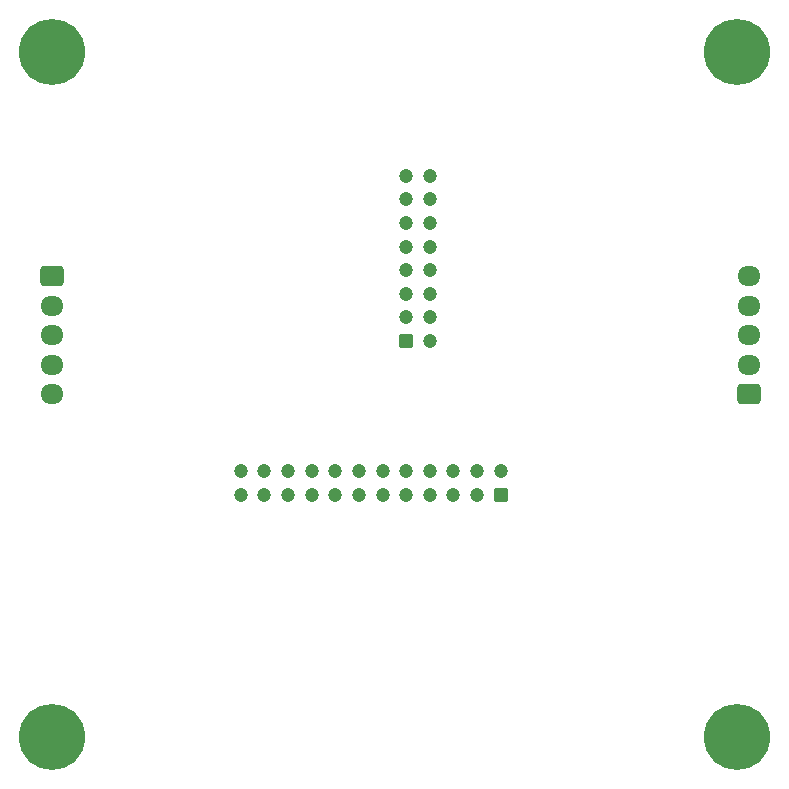
<source format=gbr>
%TF.GenerationSoftware,KiCad,Pcbnew,(7.0.0)*%
%TF.CreationDate,2024-02-13T04:28:46-03:00*%
%TF.ProjectId,pcb_peau_v1,7063625f-7065-4617-955f-76312e6b6963,rev?*%
%TF.SameCoordinates,Original*%
%TF.FileFunction,Soldermask,Bot*%
%TF.FilePolarity,Negative*%
%FSLAX46Y46*%
G04 Gerber Fmt 4.6, Leading zero omitted, Abs format (unit mm)*
G04 Created by KiCad (PCBNEW (7.0.0)) date 2024-02-13 04:28:46*
%MOMM*%
%LPD*%
G01*
G04 APERTURE LIST*
G04 Aperture macros list*
%AMRoundRect*
0 Rectangle with rounded corners*
0 $1 Rounding radius*
0 $2 $3 $4 $5 $6 $7 $8 $9 X,Y pos of 4 corners*
0 Add a 4 corners polygon primitive as box body*
4,1,4,$2,$3,$4,$5,$6,$7,$8,$9,$2,$3,0*
0 Add four circle primitives for the rounded corners*
1,1,$1+$1,$2,$3*
1,1,$1+$1,$4,$5*
1,1,$1+$1,$6,$7*
1,1,$1+$1,$8,$9*
0 Add four rect primitives between the rounded corners*
20,1,$1+$1,$2,$3,$4,$5,0*
20,1,$1+$1,$4,$5,$6,$7,0*
20,1,$1+$1,$6,$7,$8,$9,0*
20,1,$1+$1,$8,$9,$2,$3,0*%
G04 Aperture macros list end*
%ADD10C,5.600000*%
%ADD11RoundRect,0.250000X0.725000X-0.600000X0.725000X0.600000X-0.725000X0.600000X-0.725000X-0.600000X0*%
%ADD12O,1.950000X1.700000*%
%ADD13RoundRect,0.250000X0.350000X-0.350000X0.350000X0.350000X-0.350000X0.350000X-0.350000X-0.350000X0*%
%ADD14C,1.200000*%
%ADD15RoundRect,0.250000X-0.725000X0.600000X-0.725000X-0.600000X0.725000X-0.600000X0.725000X0.600000X0*%
%ADD16RoundRect,0.250000X0.350000X0.350000X-0.350000X0.350000X-0.350000X-0.350000X0.350000X-0.350000X0*%
G04 APERTURE END LIST*
D10*
%TO.C,H1*%
X178000000Y-53000000D03*
%TD*%
%TO.C,H3*%
X236000000Y-111000000D03*
%TD*%
%TO.C,H4*%
X178000000Y-111000000D03*
%TD*%
%TO.C,H2*%
X236000000Y-53000000D03*
%TD*%
D11*
%TO.C,J2*%
X237000000Y-81962500D03*
D12*
X236999999Y-79462499D03*
X236999999Y-76962499D03*
X236999999Y-74462499D03*
X236999999Y-71962499D03*
%TD*%
D13*
%TO.C,J4*%
X208000000Y-77462500D03*
D14*
X210000000Y-77462500D03*
X208000000Y-75462500D03*
X210000000Y-75462500D03*
X208000000Y-73462500D03*
X210000000Y-73462500D03*
X208000000Y-71462500D03*
X210000000Y-71462500D03*
X208000000Y-69462500D03*
X210000000Y-69462500D03*
X208000000Y-67462500D03*
X210000000Y-67462500D03*
X208000000Y-65462500D03*
X210000000Y-65462500D03*
X208000000Y-63462500D03*
X210000000Y-63462500D03*
%TD*%
D15*
%TO.C,J1*%
X178000000Y-71962500D03*
D12*
X177999999Y-74462499D03*
X177999999Y-76962499D03*
X177999999Y-79462499D03*
X177999999Y-81962499D03*
%TD*%
D16*
%TO.C,J5*%
X216000000Y-90462500D03*
D14*
X216000000Y-88462500D03*
X214000000Y-90462500D03*
X214000000Y-88462500D03*
X212000000Y-90462500D03*
X212000000Y-88462500D03*
X210000000Y-90462500D03*
X210000000Y-88462500D03*
X208000000Y-90462500D03*
X208000000Y-88462500D03*
X206000000Y-90462500D03*
X206000000Y-88462500D03*
X204000000Y-90462500D03*
X204000000Y-88462500D03*
X202000000Y-90462500D03*
X202000000Y-88462500D03*
X200000000Y-90462500D03*
X200000000Y-88462500D03*
X198000000Y-90462500D03*
X198000000Y-88462500D03*
X196000000Y-90462500D03*
X196000000Y-88462500D03*
X194000000Y-90462500D03*
X194000000Y-88462500D03*
%TD*%
M02*

</source>
